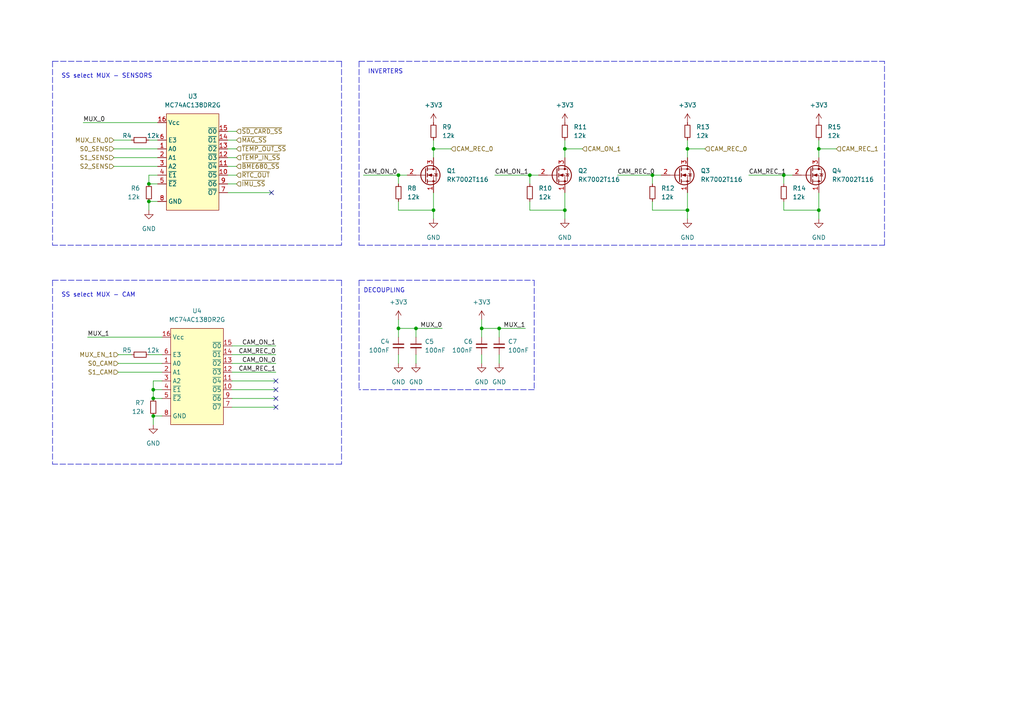
<source format=kicad_sch>
(kicad_sch (version 20211123) (generator eeschema)
  (paper "A4")
  (lib_symbols
    (symbol "Device:C_Small" (pin_numbers hide) (pin_names (offset 0.254) hide)
      (property "Reference" "C" (at 0.254 1.778 0))
      (property "Value" "C_Small" (at 0.254 -2.032 0))
      (symbol "C_Small_0_1"
        (polyline (pts (xy -1.524 -0.508) (xy 1.524 -0.508)) (stroke (width 0.3302)))
        (polyline (pts (xy -1.524 0.508) (xy 1.524 0.508)) (stroke (width 0.3048)))
      )
      (symbol "C_Small_1_1"
        (pin passive line (at 0 2.54 270) (length 2.032) (name "~") (number "1"))
        (pin passive line (at 0 -2.54 90) (length 2.032) (name "~") (number "2"))
      )
    )
    (symbol "Device:R_Small" (pin_numbers hide) (pin_names (offset 0.254) hide)
      (property "Reference" "R" (at 0.762 0.508 0))
      (property "Value" "R_Small" (at 0.762 -1.016 0))
      (symbol "R_Small_0_1"
        (rectangle (start -0.762 1.778) (end 0.762 -1.778) (stroke (width 0.2032)))
      )
      (symbol "R_Small_1_1"
        (pin passive line (at 0 2.54 270) (length 0.762) (name "~") (number "1"))
        (pin passive line (at 0 -2.54 90) (length 0.762) (name "~") (number "2"))
      )
    )
    (symbol "MC74AC138DR2G_1"
      (property "Reference" "U" (at 0 17.78 0))
      (property "Value" "MC74AC138DR2G_1" (at 0 15.24 0))
      (symbol "MC74AC138DR2G_1_0_0"
        (pin input line (at -10.16 2.54 0) (length 2.54) (name "A0") (number "1"))
        (pin output line (at 10.16 -5.08 180) (length 2.54) (name "~{O5}") (number "10"))
        (pin output line (at 10.16 -2.54 180) (length 2.54) (name "~{O4}") (number "11"))
        (pin output line (at 10.16 0 180) (length 2.54) (name "~{O3}") (number "12"))
        (pin output line (at 10.16 2.54 180) (length 2.54) (name "~{O2}") (number "13"))
        (pin output line (at 10.16 5.08 180) (length 2.54) (name "~{O1}") (number "14"))
        (pin output line (at 10.16 7.62 180) (length 2.54) (name "~{O0}") (number "15"))
        (pin output line (at -10.16 10.16 0) (length 2.54) (name "Vcc") (number "16"))
        (pin input line (at -10.16 0 0) (length 2.54) (name "A1") (number "2"))
        (pin input line (at -10.16 -2.54 0) (length 2.54) (name "A2") (number "3"))
        (pin input line (at -10.16 -5.08 0) (length 2.54) (name "~{E1}") (number "4"))
        (pin input line (at -10.16 -7.62 0) (length 2.54) (name "~{E2}") (number "5"))
        (pin input line (at -10.16 5.08 0) (length 2.54) (name "E3") (number "6"))
        (pin output line (at 10.16 -10.16 180) (length 2.54) (name "~{O7}") (number "7"))
        (pin power_out line (at -10.16 -12.7 0) (length 2.54) (name "GND") (number "8"))
        (pin output line (at 10.16 -7.62 180) (length 2.54) (name "~{O6}") (number "9"))
      )
      (symbol "MC74AC138DR2G_1_0_1"
        (rectangle (start -7.62 12.7) (end 7.62 -15.24) (fill (type background)))
      )
    )
    (symbol "Transistor_FET:2N7000" (pin_names hide)
      (property "Reference" "Q" (at 5.08 1.905 0))
      (property "Value" "2N7000" (at 5.08 0 0))
      (symbol "2N7000_0_1"
        (polyline (pts (xy 0.254 0) (xy -2.54 0)))
        (polyline (pts (xy 0.254 1.905) (xy 0.254 -1.905)) (stroke (width 0.254)))
        (polyline (pts (xy 0.762 -1.27) (xy 0.762 -2.286)) (stroke (width 0.254)))
        (polyline (pts (xy 0.762 0.508) (xy 0.762 -0.508)) (stroke (width 0.254)))
        (polyline (pts (xy 0.762 2.286) (xy 0.762 1.27)) (stroke (width 0.254)))
        (polyline (pts (xy 2.54 2.54) (xy 2.54 1.778)))
        (polyline (pts (xy 2.54 -2.54) (xy 2.54 0) (xy 0.762 0)))
        (polyline (pts (xy 0.762 -1.778) (xy 3.302 -1.778) (xy 3.302 1.778) (xy 0.762 1.778)))
        (polyline (pts (xy 1.016 0) (xy 2.032 0.381) (xy 2.032 -0.381) (xy 1.016 0)) (fill (type outline)))
        (polyline (pts (xy 2.794 0.508) (xy 2.921 0.381) (xy 3.683 0.381) (xy 3.81 0.254)))
        (polyline (pts (xy 3.302 0.381) (xy 2.921 -0.254) (xy 3.683 -0.254) (xy 3.302 0.381)))
        (circle (center 1.651 0) (radius 2.794) (stroke (width 0.254)))
        (circle (center 2.54 -1.778) (radius 0.254) (fill (type outline)))
        (circle (center 2.54 1.778) (radius 0.254) (fill (type outline)))
      )
      (symbol "2N7000_1_1"
        (pin passive line (at 2.54 -5.08 90) (length 2.54) (name "S") (number "1"))
        (pin input line (at -5.08 0 0) (length 2.54) (name "G") (number "2"))
        (pin passive line (at 2.54 5.08 270) (length 2.54) (name "D") (number "3"))
      )
    )
    (symbol "power:+3.3V" (power) (pin_names (offset 0))
      (property "Value" "+3.3V" (at 0 3.556 0))
      (symbol "+3.3V_0_1"
        (polyline (pts (xy -0.762 1.27) (xy 0 2.54)))
        (polyline (pts (xy 0 0) (xy 0 2.54)))
        (polyline (pts (xy 0 2.54) (xy 0.762 1.27)))
      )
      (symbol "+3.3V_1_1"
        (pin power_in line (at 0 0 90) (length 0) hide (name "+3V3") (number "1"))
      )
    )
    (symbol "power:GND" (power) (pin_names (offset 0))
      (property "Value" "GND" (at 0 -3.81 0))
      (symbol "GND_0_1"
        (polyline (pts (xy 0 0) (xy 0 -1.27) (xy 1.27 -1.27) (xy 0 -2.54) (xy -1.27 -1.27) (xy 0 -1.27)))
      )
      (symbol "GND_1_1"
        (pin power_in line (at 0 0 270) (length 0) hide (name "GND") (number "1"))
      )
    )
  )
  (junction (at 237.49 60.96))
  (junction (at 120.65 95.25))
  (junction (at 199.39 60.96))
  (junction (at 163.83 60.96))
  (junction (at 163.83 43.18))
  (junction (at 125.73 60.96))
  (junction (at 43.18 58.42))
  (junction (at 227.33 50.8))
  (junction (at 153.67 50.8))
  (junction (at 115.57 50.8))
  (junction (at 237.49 43.18))
  (junction (at 125.73 43.18))
  (junction (at 139.7 95.25))
  (junction (at 189.23 50.8))
  (junction (at 44.45 120.65))
  (junction (at 199.39 43.18))
  (junction (at 44.45 115.57))
  (junction (at 144.78 95.25))
  (junction (at 43.18 53.34))
  (junction (at 115.57 95.25))
  (junction (at 44.45 113.03))
  (no_connect (at 80.01 113.03))
  (no_connect (at 78.74 55.88))
  (no_connect (at 80.01 110.49))
  (no_connect (at 80.01 118.11))
  (no_connect (at 80.01 115.57))
  (wire (pts (xy 44.45 115.57) (xy 46.99 115.57)))
  (wire (pts (xy 153.67 50.8) (xy 153.67 53.34)))
  (wire (pts (xy 105.41 50.8) (xy 115.57 50.8)))
  (wire (pts (xy 237.49 55.88) (xy 237.49 60.96)))
  (wire (pts (xy 199.39 40.64) (xy 199.39 43.18)))
  (wire (pts (xy 45.72 58.42) (xy 43.18 58.42)))
  (wire (pts (xy 33.02 45.72) (xy 45.72 45.72)))
  (wire (pts (xy 33.02 48.26) (xy 45.72 48.26)))
  (wire (pts (xy 34.29 107.95) (xy 46.99 107.95)))
  (wire (pts (xy 115.57 95.25) (xy 115.57 97.79)))
  (wire (pts (xy 24.13 35.56) (xy 45.72 35.56)))
  (wire (pts (xy 115.57 50.8) (xy 115.57 53.34)))
  (wire (pts (xy 139.7 92.71) (xy 139.7 95.25)))
  (polyline (pts (xy 104.14 81.28) (xy 154.94 81.28)))
  (wire (pts (xy 45.72 50.8) (xy 43.18 50.8)))
  (wire (pts (xy 66.04 50.8) (xy 68.58 50.8)))
  (wire (pts (xy 189.23 60.96) (xy 199.39 60.96)))
  (wire (pts (xy 66.04 43.18) (xy 68.58 43.18)))
  (wire (pts (xy 67.31 113.03) (xy 80.01 113.03)))
  (wire (pts (xy 237.49 43.18) (xy 242.57 43.18)))
  (wire (pts (xy 120.65 102.87) (xy 120.65 105.41)))
  (wire (pts (xy 44.45 120.65) (xy 44.45 123.19)))
  (wire (pts (xy 189.23 50.8) (xy 191.77 50.8)))
  (wire (pts (xy 115.57 50.8) (xy 118.11 50.8)))
  (wire (pts (xy 227.33 50.8) (xy 227.33 53.34)))
  (wire (pts (xy 125.73 43.18) (xy 130.81 43.18)))
  (wire (pts (xy 67.31 110.49) (xy 80.01 110.49)))
  (wire (pts (xy 139.7 102.87) (xy 139.7 105.41)))
  (wire (pts (xy 189.23 50.8) (xy 189.23 53.34)))
  (wire (pts (xy 43.18 58.42) (xy 43.18 60.96)))
  (wire (pts (xy 237.49 40.64) (xy 237.49 43.18)))
  (wire (pts (xy 66.04 53.34) (xy 68.58 53.34)))
  (polyline (pts (xy 104.14 17.78) (xy 104.14 71.12)))
  (polyline (pts (xy 15.24 17.78) (xy 99.06 17.78)))
  (wire (pts (xy 120.65 95.25) (xy 128.27 95.25)))
  (wire (pts (xy 199.39 43.18) (xy 199.39 45.72)))
  (wire (pts (xy 139.7 95.25) (xy 144.78 95.25)))
  (polyline (pts (xy 104.14 81.28) (xy 104.14 113.03)))
  (wire (pts (xy 44.45 113.03) (xy 46.99 113.03)))
  (wire (pts (xy 163.83 43.18) (xy 168.91 43.18)))
  (wire (pts (xy 33.02 43.18) (xy 45.72 43.18)))
  (wire (pts (xy 144.78 95.25) (xy 152.4 95.25)))
  (wire (pts (xy 46.99 110.49) (xy 44.45 110.49)))
  (wire (pts (xy 163.83 60.96) (xy 163.83 63.5)))
  (wire (pts (xy 237.49 43.18) (xy 237.49 45.72)))
  (wire (pts (xy 34.29 105.41) (xy 46.99 105.41)))
  (wire (pts (xy 43.18 40.64) (xy 45.72 40.64)))
  (wire (pts (xy 66.04 55.88) (xy 78.74 55.88)))
  (wire (pts (xy 199.39 60.96) (xy 199.39 63.5)))
  (wire (pts (xy 199.39 43.18) (xy 204.47 43.18)))
  (polyline (pts (xy 99.06 81.28) (xy 99.06 134.62)))
  (polyline (pts (xy 104.14 71.12) (xy 256.54 71.12)))
  (polyline (pts (xy 154.94 81.28) (xy 154.94 113.03)))
  (wire (pts (xy 43.18 102.87) (xy 46.99 102.87)))
  (wire (pts (xy 66.04 48.26) (xy 68.58 48.26)))
  (wire (pts (xy 227.33 50.8) (xy 229.87 50.8)))
  (polyline (pts (xy 154.94 113.03) (xy 104.14 113.03)))
  (wire (pts (xy 115.57 60.96) (xy 125.73 60.96)))
  (wire (pts (xy 237.49 60.96) (xy 237.49 63.5)))
  (wire (pts (xy 43.18 53.34) (xy 45.72 53.34)))
  (polyline (pts (xy 15.24 17.78) (xy 15.24 71.12)))
  (wire (pts (xy 44.45 113.03) (xy 44.45 115.57)))
  (wire (pts (xy 67.31 107.95) (xy 80.01 107.95)))
  (wire (pts (xy 43.18 50.8) (xy 43.18 53.34)))
  (wire (pts (xy 163.83 43.18) (xy 163.83 45.72)))
  (polyline (pts (xy 15.24 81.28) (xy 99.06 81.28)))
  (wire (pts (xy 139.7 95.25) (xy 139.7 97.79)))
  (polyline (pts (xy 99.06 71.12) (xy 15.24 71.12)))
  (wire (pts (xy 34.29 102.87) (xy 38.1 102.87)))
  (wire (pts (xy 66.04 45.72) (xy 68.58 45.72)))
  (wire (pts (xy 163.83 55.88) (xy 163.83 60.96)))
  (wire (pts (xy 199.39 55.88) (xy 199.39 60.96)))
  (polyline (pts (xy 15.24 81.28) (xy 15.24 134.62)))
  (wire (pts (xy 125.73 40.64) (xy 125.73 43.18)))
  (wire (pts (xy 189.23 58.42) (xy 189.23 60.96)))
  (wire (pts (xy 144.78 102.87) (xy 144.78 105.41)))
  (wire (pts (xy 217.17 50.8) (xy 227.33 50.8)))
  (wire (pts (xy 143.51 50.8) (xy 153.67 50.8)))
  (wire (pts (xy 115.57 102.87) (xy 115.57 105.41)))
  (wire (pts (xy 67.31 118.11) (xy 80.01 118.11)))
  (wire (pts (xy 120.65 95.25) (xy 120.65 97.79)))
  (wire (pts (xy 46.99 120.65) (xy 44.45 120.65)))
  (wire (pts (xy 179.07 50.8) (xy 189.23 50.8)))
  (wire (pts (xy 227.33 60.96) (xy 237.49 60.96)))
  (wire (pts (xy 25.4 97.79) (xy 46.99 97.79)))
  (wire (pts (xy 115.57 92.71) (xy 115.57 95.25)))
  (polyline (pts (xy 99.06 17.78) (xy 99.06 71.12)))
  (wire (pts (xy 153.67 58.42) (xy 153.67 60.96)))
  (wire (pts (xy 66.04 40.64) (xy 68.58 40.64)))
  (wire (pts (xy 125.73 55.88) (xy 125.73 60.96)))
  (polyline (pts (xy 104.14 17.78) (xy 256.54 17.78)))
  (wire (pts (xy 67.31 105.41) (xy 80.01 105.41)))
  (wire (pts (xy 115.57 95.25) (xy 120.65 95.25)))
  (polyline (pts (xy 256.54 71.12) (xy 256.54 17.78)))
  (wire (pts (xy 163.83 40.64) (xy 163.83 43.18)))
  (wire (pts (xy 66.04 38.1) (xy 68.58 38.1)))
  (wire (pts (xy 125.73 60.96) (xy 125.73 63.5)))
  (wire (pts (xy 144.78 95.25) (xy 144.78 97.79)))
  (wire (pts (xy 125.73 43.18) (xy 125.73 45.72)))
  (wire (pts (xy 67.31 102.87) (xy 80.01 102.87)))
  (wire (pts (xy 227.33 58.42) (xy 227.33 60.96)))
  (polyline (pts (xy 99.06 134.62) (xy 15.24 134.62)))
  (wire (pts (xy 153.67 50.8) (xy 156.21 50.8)))
  (wire (pts (xy 44.45 110.49) (xy 44.45 113.03)))
  (wire (pts (xy 115.57 58.42) (xy 115.57 60.96)))
  (wire (pts (xy 67.31 115.57) (xy 80.01 115.57)))
  (wire (pts (xy 153.67 60.96) (xy 163.83 60.96)))
  (wire (pts (xy 67.31 100.33) (xy 80.01 100.33)))
  (wire (pts (xy 33.02 40.64) (xy 38.1 40.64)))
  (text "SS select MUX - SENSORS" (at 17.78 22.86 0) (effects (font (size 1.27 1.27)) (justify left bottom)))
  (text "SS select MUX - CAM\n" (at 17.78 86.36 0) (effects (font (size 1.27 1.27)) (justify left bottom)))
  (text "INVERTERS\n" (at 106.68 21.59 0) (effects (font (size 1.27 1.27)) (justify left bottom)))
  (text "DECOUPLING\n" (at 105.41 85.09 0) (effects (font (size 1.27 1.27)) (justify left bottom)))
  (label "CAM_ON_0" (at 80.01 105.41 180))
  (label "CAM_REC_1" (at 80.01 107.95 180))
  (label "MUX_0" (at 24.13 35.56 0))
  (label "MUX_1" (at 25.4 97.79 0))
  (label "CAM_REC_0" (at 179.07 50.8 0))
  (label "MUX_0" (at 128.27 95.25 180))
  (label "CAM_REC_0" (at 80.01 102.87 180))
  (label "CAM_ON_1" (at 80.01 100.33 180))
  (label "CAM_ON_1" (at 143.51 50.8 0))
  (label "MUX_1" (at 152.4 95.25 180))
  (label "CAM_ON_0" (at 105.41 50.8 0))
  (label "CAM_REC_1" (at 217.17 50.8 0))
  (hierarchical_label "S0_SENS" (shape input) (at 33.02 43.18 180))
  (hierarchical_label "S1_CAM" (shape input) (at 34.29 107.95 180))
  (hierarchical_label "CAM_REC_0" (shape input) (at 130.81 43.18 0))
  (hierarchical_label "S2_SENS" (shape input) (at 33.02 48.26 180))
  (hierarchical_label "~{TEMP_OUT_SS}" (shape input) (at 68.58 43.18 0))
  (hierarchical_label "S0_CAM" (shape input) (at 34.29 105.41 180))
  (hierarchical_label "~{TEMP_IN_SS}" (shape input) (at 68.58 45.72 0))
  (hierarchical_label "S1_SENS" (shape input) (at 33.02 45.72 180))
  (hierarchical_label "~{MAG_SS}" (shape input) (at 68.58 40.64 0))
  (hierarchical_label "~{BME680_SS}" (shape input) (at 68.58 48.26 0))
  (hierarchical_label "~{SD_CARD_SS}" (shape input) (at 68.58 38.1 0))
  (hierarchical_label "CAM_ON_1" (shape input) (at 168.91 43.18 0))
  (hierarchical_label "~{RTC_OUT}" (shape input) (at 68.58 50.8 0))
  (hierarchical_label "MUX_EN_0" (shape input) (at 33.02 40.64 180))
  (hierarchical_label "MUX_EN_1" (shape input) (at 34.29 102.87 180))
  (hierarchical_label "CAM_REC_0" (shape input) (at 204.47 43.18 0))
  (hierarchical_label "CAM_REC_1" (shape input) (at 242.57 43.18 0))
  (hierarchical_label "~{IMU_SS}" (shape input) (at 68.58 53.34 0))
  (symbol (lib_id "power:GND") (at 120.65 105.41 0) (unit 1)
    (property "Reference" "#PWR05" (effects hide))
    (property "Value" "GND" (at 120.65 110.7948 0))
  )
  (symbol (lib_id "Device:R_Small") (at 163.83 38.1 0) (unit 1)
    (property "Reference" "R11" (at 166.37 36.8299 0) (effects (justify left)))
    (property "Value" "12k" (at 166.37 39.3699 0) (effects (justify left)))
    (property "Footprint" "Resistor_SMD:R_0402_1005Metric" (effects hide))
  )
  (symbol (lib_id "power:GND") (at 144.78 105.41 0) (unit 1)
    (property "Reference" "#PWR010" (effects hide))
    (property "Value" "GND" (at 144.78 110.7948 0))
  )
  (symbol (lib_id "Transistor_FET:2N7000") (at 123.19 50.8 0) (unit 1)
    (property "Reference" "Q1" (at 129.54 49.5299 0) (effects (justify left)))
    (property "Value" "RK7002T116" (at 129.54 52.0699 0) (effects (justify left)))
    (property "Footprint" "Package_TO_SOT_SMD:SOT-23" (effects hide))
    (property "Datasheet" "https://pdf1.alldatasheet.com/datasheet-pdf/view/516578/ROHM/RK7002T116.html" (effects hide))
  )
  (symbol (lib_id "Device:R_Small") (at 199.39 38.1 0) (unit 1)
    (property "Reference" "R13" (at 201.93 36.8299 0) (effects (justify left)))
    (property "Value" "12k" (at 201.93 39.3699 0) (effects (justify left)))
    (property "Footprint" "Resistor_SMD:R_0402_1005Metric" (effects hide))
  )
  (symbol (lib_id "Device:R_Small") (at 125.73 38.1 0) (unit 1)
    (property "Reference" "R9" (at 128.27 36.8299 0) (effects (justify left)))
    (property "Value" "12k" (at 128.27 39.3699 0) (effects (justify left)))
    (property "Footprint" "Resistor_SMD:R_0402_1005Metric" (effects hide))
  )
  (symbol (lib_id "power:GND") (at 44.45 123.19 0) (unit 1)
    (property "Reference" "#PWR02" (effects hide))
    (property "Value" "GND" (at 44.45 128.5748 0))
  )
  (symbol (lib_id "power:+3.3V") (at 199.39 35.56 0) (unit 1)
    (property "Reference" "#PWR013" (effects hide))
    (property "Value" "+3.3V" (at 199.39 30.48 0))
  )
  (symbol (lib_name "MC74AC138DR2G_1") (lib_id "schematics:MC74AC138DR2G") (at 55.88 45.72 0) (unit 1)
    (property "Reference" "U3" (at 55.88 27.94 0))
    (property "Value" "MC74AC138DR2G" (at 55.88 30.48 0))
    (property "Footprint" "Package_SO:SOIC-16_3.9x9.9mm_P1.27mm" (effects hide))
  )
  (symbol (lib_id "Device:R_Small") (at 43.18 55.88 0) (mirror x) (unit 1)
    (property "Reference" "R6" (at 40.64 54.6099 0) (effects (justify right)))
    (property "Value" "12k" (at 40.64 57.1499 0) (effects (justify right)))
    (property "Footprint" "Resistor_SMD:R_0402_1005Metric" (effects hide))
  )
  (symbol (lib_id "power:+3.3V") (at 125.73 35.56 0) (unit 1)
    (property "Reference" "#PWR06" (effects hide))
    (property "Value" "+3.3V" (at 125.73 30.48 0))
  )
  (symbol (lib_id "power:+3.3V") (at 139.7 92.71 0) (unit 1)
    (property "Reference" "#PWR08" (effects hide))
    (property "Value" "+3.3V" (at 139.7 87.63 0))
  )
  (symbol (lib_id "Transistor_FET:2N7000") (at 234.95 50.8 0) (unit 1)
    (property "Reference" "Q4" (at 241.3 49.5299 0) (effects (justify left)))
    (property "Value" "RK7002T116" (at 241.3 52.0699 0) (effects (justify left)))
    (property "Footprint" "Package_TO_SOT_SMD:SOT-23" (effects hide))
    (property "Datasheet" "https://pdf1.alldatasheet.com/datasheet-pdf/view/516578/ROHM/RK7002T116.html" (effects hide))
  )
  (symbol (lib_id "Device:R_Small") (at 227.33 55.88 180) (unit 1)
    (property "Reference" "R14" (at 229.87 54.6099 0) (effects (justify right)))
    (property "Value" "12k" (at 229.87 57.1499 0) (effects (justify right)))
    (property "Footprint" "Resistor_SMD:R_0402_1005Metric" (effects hide))
  )
  (symbol (lib_id "Device:R_Small") (at 189.23 55.88 180) (unit 1)
    (property "Reference" "R12" (at 191.77 54.6099 0) (effects (justify right)))
    (property "Value" "12k" (at 191.77 57.1499 0) (effects (justify right)))
    (property "Footprint" "Resistor_SMD:R_0402_1005Metric" (effects hide))
  )
  (symbol (lib_id "power:GND") (at 125.73 63.5 0) (unit 1)
    (property "Reference" "#PWR07" (effects hide))
    (property "Value" "GND" (at 125.73 68.8848 0))
  )
  (symbol (lib_id "Device:R_Small") (at 153.67 55.88 180) (unit 1)
    (property "Reference" "R10" (at 156.21 54.6099 0) (effects (justify right)))
    (property "Value" "12k" (at 156.21 57.1499 0) (effects (justify right)))
    (property "Footprint" "Resistor_SMD:R_0402_1005Metric" (effects hide))
  )
  (symbol (lib_id "Transistor_FET:2N7000") (at 196.85 50.8 0) (unit 1)
    (property "Reference" "Q3" (at 203.2 49.5299 0) (effects (justify left)))
    (property "Value" "RK7002T116" (at 203.2 52.0699 0) (effects (justify left)))
    (property "Footprint" "Package_TO_SOT_SMD:SOT-23" (effects hide))
    (property "Datasheet" "https://pdf1.alldatasheet.com/datasheet-pdf/view/516578/ROHM/RK7002T116.html" (effects hide))
  )
  (symbol (lib_id "Device:R_Small") (at 237.49 38.1 0) (unit 1)
    (property "Reference" "R15" (at 240.03 36.8299 0) (effects (justify left)))
    (property "Value" "12k" (at 240.03 39.3699 0) (effects (justify left)))
    (property "Footprint" "Resistor_SMD:R_0402_1005Metric" (effects hide))
  )
  (symbol (lib_id "Device:R_Small") (at 40.64 40.64 90) (unit 1)
    (property "Reference" "R4" (at 36.83 39.37 90))
    (property "Value" "12k" (at 44.45 39.37 90))
    (property "Footprint" "Resistor_SMD:R_0402_1005Metric" (effects hide))
  )
  (symbol (lib_id "power:GND") (at 115.57 105.41 0) (unit 1)
    (property "Reference" "#PWR04" (effects hide))
    (property "Value" "GND" (at 115.57 110.7948 0))
  )
  (symbol (lib_id "power:+3.3V") (at 163.83 35.56 0) (unit 1)
    (property "Reference" "#PWR011" (effects hide))
    (property "Value" "+3.3V" (at 163.83 30.48 0))
  )
  (symbol (lib_id "Transistor_FET:2N7000") (at 161.29 50.8 0) (unit 1)
    (property "Reference" "Q2" (at 167.64 49.5299 0) (effects (justify left)))
    (property "Value" "RK7002T116" (at 167.64 52.0699 0) (effects (justify left)))
    (property "Footprint" "Package_TO_SOT_SMD:SOT-23" (effects hide))
    (property "Datasheet" "https://pdf1.alldatasheet.com/datasheet-pdf/view/516578/ROHM/RK7002T116.html" (effects hide))
  )
  (symbol (lib_id "power:GND") (at 43.18 60.96 0) (unit 1)
    (property "Reference" "#PWR01" (effects hide))
    (property "Value" "GND" (at 43.18 66.3448 0))
  )
  (symbol (lib_id "power:GND") (at 237.49 63.5 0) (unit 1)
    (property "Reference" "#PWR016" (effects hide))
    (property "Value" "GND" (at 237.49 68.8848 0))
  )
  (symbol (lib_id "Device:C_Small") (at 139.7 100.33 0) (mirror x) (unit 1)
    (property "Reference" "C6" (at 137.16 99.0535 0) (effects (justify right)))
    (property "Value" "100nF" (at 137.16 101.5935 0) (effects (justify right)))
    (property "Footprint" "Capacitor_SMD:C_0402_1005Metric" (effects hide))
  )
  (symbol (lib_id "Device:R_Small") (at 115.57 55.88 180) (unit 1)
    (property "Reference" "R8" (at 118.11 54.6099 0) (effects (justify right)))
    (property "Value" "12k" (at 118.11 57.1499 0) (effects (justify right)))
    (property "Footprint" "Resistor_SMD:R_0402_1005Metric" (effects hide))
  )
  (symbol (lib_id "Device:C_Small") (at 144.78 100.33 0) (unit 1)
    (property "Reference" "C7" (at 147.32 99.0662 0) (effects (justify left)))
    (property "Value" "100nF" (at 147.32 101.6062 0) (effects (justify left)))
    (property "Footprint" "Capacitor_SMD:C_0402_1005Metric" (effects hide))
  )
  (symbol (lib_name "MC74AC138DR2G_1") (lib_id "schematics:MC74AC138DR2G") (at 57.15 107.95 0) (unit 1)
    (property "Reference" "U4" (at 57.15 90.17 0))
    (property "Value" "MC74AC138DR2G" (at 57.15 92.71 0))
    (property "Footprint" "Package_SO:SOIC-16_3.9x9.9mm_P1.27mm" (effects hide))
  )
  (symbol (lib_id "Device:R_Small") (at 40.64 102.87 90) (unit 1)
    (property "Reference" "R5" (at 36.83 101.6 90))
    (property "Value" "12k" (at 44.45 101.6 90))
    (property "Footprint" "Resistor_SMD:R_0402_1005Metric" (effects hide))
  )
  (symbol (lib_id "Device:C_Small") (at 115.57 100.33 0) (mirror x) (unit 1)
    (property "Reference" "C4" (at 113.03 99.0535 0) (effects (justify right)))
    (property "Value" "100nF" (at 113.03 101.5935 0) (effects (justify right)))
    (property "Footprint" "Capacitor_SMD:C_0402_1005Metric" (effects hide))
  )
  (symbol (lib_id "Device:R_Small") (at 44.45 118.11 0) (mirror x) (unit 1)
    (property "Reference" "R7" (at 41.91 116.8399 0) (effects (justify right)))
    (property "Value" "12k" (at 41.91 119.3799 0) (effects (justify right)))
    (property "Footprint" "Resistor_SMD:R_0402_1005Metric" (effects hide))
  )
  (symbol (lib_id "Device:C_Small") (at 120.65 100.33 0) (unit 1)
    (property "Reference" "C5" (at 123.19 99.0662 0) (effects (justify left)))
    (property "Value" "100nF" (at 123.19 101.6062 0) (effects (justify left)))
    (property "Footprint" "Capacitor_SMD:C_0402_1005Metric" (effects hide))
  )
  (symbol (lib_id "power:+3.3V") (at 237.49 35.56 0) (unit 1)
    (property "Reference" "#PWR015" (effects hide))
    (property "Value" "+3.3V" (at 237.49 30.48 0))
  )
  (symbol (lib_id "power:+3.3V") (at 115.57 92.71 0) (unit 1)
    (property "Reference" "#PWR03" (effects hide))
    (property "Value" "+3.3V" (at 115.57 87.63 0))
  )
  (symbol (lib_id "power:GND") (at 199.39 63.5 0) (unit 1)
    (property "Reference" "#PWR014" (effects hide))
    (property "Value" "GND" (at 199.39 68.8848 0))
  )
  (symbol (lib_id "power:GND") (at 139.7 105.41 0) (unit 1)
    (property "Reference" "#PWR09" (effects hide))
    (property "Value" "GND" (at 139.7 110.7948 0))
  )
  (symbol (lib_id "power:GND") (at 163.83 63.5 0) (unit 1)
    (property "Reference" "#PWR012" (effects hide))
    (property "Value" "GND" (at 163.83 68.8848 0))
  )
)
</source>
